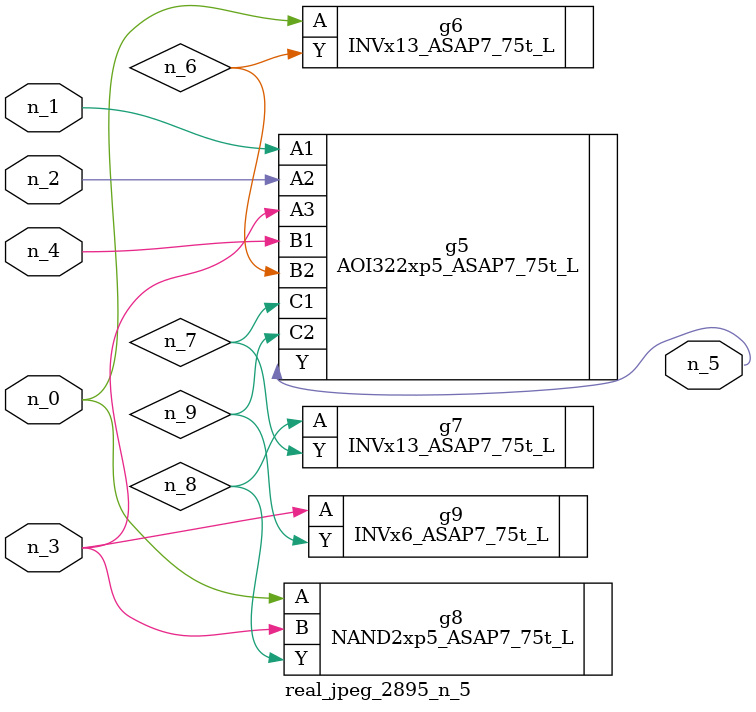
<source format=v>
module real_jpeg_2895_n_5 (n_4, n_0, n_1, n_2, n_3, n_5);

input n_4;
input n_0;
input n_1;
input n_2;
input n_3;

output n_5;

wire n_8;
wire n_6;
wire n_7;
wire n_9;

INVx13_ASAP7_75t_L g6 ( 
.A(n_0),
.Y(n_6)
);

NAND2xp5_ASAP7_75t_L g8 ( 
.A(n_0),
.B(n_3),
.Y(n_8)
);

AOI322xp5_ASAP7_75t_L g5 ( 
.A1(n_1),
.A2(n_2),
.A3(n_3),
.B1(n_4),
.B2(n_6),
.C1(n_7),
.C2(n_9),
.Y(n_5)
);

INVx6_ASAP7_75t_L g9 ( 
.A(n_3),
.Y(n_9)
);

INVx13_ASAP7_75t_L g7 ( 
.A(n_8),
.Y(n_7)
);


endmodule
</source>
